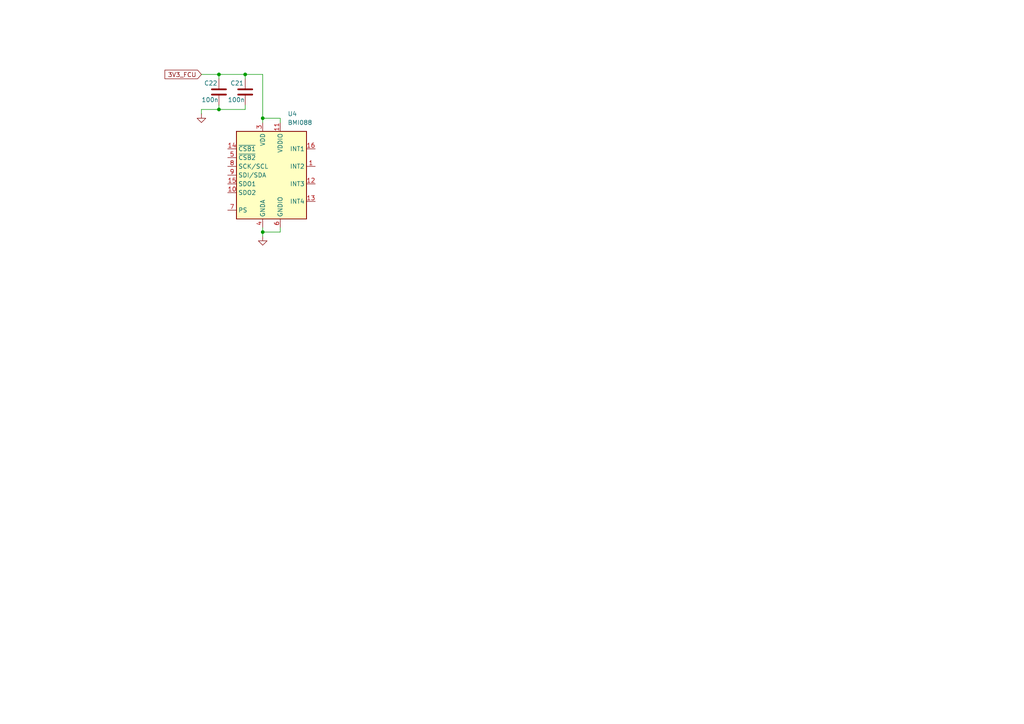
<source format=kicad_sch>
(kicad_sch (version 20250114) (generator "eeschema") (generator_version "9.0")
  (paper "A4")
  (lib_symbols
    (symbol "Device:C" (pin_numbers (hide yes)) (pin_names (offset 0.254))
      (property "Reference" "C" (at 0.635 2.54 0))
      (property "Value" "C" (at 0.635 -2.54 0))
      (symbol "C_0_1"
        (polyline (pts (xy -2.032 0.762) (xy 2.032 0.762)) (stroke (width 0.508)))
        (polyline (pts (xy -2.032 -0.762) (xy 2.032 -0.762)) (stroke (width 0.508)))
      )
      (symbol "C_1_1"
        (pin passive line (at 0 3.81 270) (length 2.794) (name "~") (number "1"))
        (pin passive line (at 0 -3.81 90) (length 2.794) (name "~") (number "2"))
      )
    )
    (symbol "Sensor_Motion:BMI088"
      (property "Reference" "U" (at -8.89 13.97 0))
      (property "Value" "BMI088" (at 8.89 13.97 0))
      (symbol "BMI088_1_1"
        (rectangle (start -10.16 12.7) (end 10.16 -12.7) (stroke (width 0.254)) (fill (type background)))
        (pin input line (at -12.7 7.62 0) (length 2.54) (name "~{CSB1}") (number "14"))
        (pin input line (at -12.7 5.08 0) (length 2.54) (name "~{CSB2}") (number "5"))
        (pin input line (at -12.7 2.54 0) (length 2.54) (name "SCK/SCL") (number "8"))
        (pin bidirectional line (at -12.7 0 0) (length 2.54) (name "SDI/SDA") (number "9"))
        (pin output line (at -12.7 -2.54 0) (length 2.54) (name "SDO1") (number "15"))
        (pin output line (at -12.7 -5.08 0) (length 2.54) (name "SDO2") (number "10"))
        (pin input line (at -12.7 -10.16 0) (length 2.54) (name "PS") (number "7"))
        (pin power_in line (at -2.54 15.24 270) (length 2.54) (name "VDD") (number "3"))
        (pin passive line (at -2.54 -15.24 90) (length 2.54) (hide yes) (name "GNDA") (number "2"))
        (pin power_in line (at -2.54 -15.24 90) (length 2.54) (name "GNDA") (number "4"))
        (pin power_in line (at 2.54 15.24 270) (length 2.54) (name "VDDIO") (number "11"))
        (pin power_in line (at 2.54 -15.24 90) (length 2.54) (name "GNDIO") (number "6"))
        (pin bidirectional line (at 12.7 7.62 180) (length 2.54) (name "INT1") (number "16"))
        (pin bidirectional line (at 12.7 2.54 180) (length 2.54) (name "INT2") (number "1"))
        (pin bidirectional line (at 12.7 -2.54 180) (length 2.54) (name "INT3") (number "12"))
        (pin bidirectional line (at 12.7 -7.62 180) (length 2.54) (name "INT4") (number "13"))
      )
    )
    (symbol "power:GND" (power) (pin_numbers (hide yes)) (pin_names (offset 0) (hide yes))
      (property "Value" "GND" (at 0 -3.81 0))
      (symbol "GND_0_1"
        (polyline (pts (xy 0 0) (xy 0 -1.27) (xy 1.27 -1.27) (xy 0 -2.54) (xy -1.27 -1.27) (xy 0 -1.27)))
      )
      (symbol "GND_1_1"
        (pin power_in line (at 0 0 270) (length 0) (name "~") (number "1"))
      )
    )
  )
  (junction (at 76.2 34.29))
  (junction (at 63.5 31.75))
  (junction (at 71.12 21.59))
  (junction (at 76.2 67.31))
  (junction (at 63.5 21.59))
  (wire (pts (xy 81.28 35.56) (xy 81.28 34.29)))
  (wire (pts (xy 71.12 21.59) (xy 76.2 21.59)))
  (wire (pts (xy 76.2 66.04) (xy 76.2 67.31)))
  (wire (pts (xy 81.28 66.04) (xy 81.28 67.31)))
  (wire (pts (xy 71.12 30.48) (xy 71.12 31.75)))
  (wire (pts (xy 58.42 31.75) (xy 63.5 31.75)))
  (wire (pts (xy 71.12 21.59) (xy 71.12 22.86)))
  (wire (pts (xy 58.42 21.59) (xy 63.5 21.59)))
  (wire (pts (xy 76.2 21.59) (xy 76.2 34.29)))
  (wire (pts (xy 63.5 21.59) (xy 71.12 21.59)))
  (wire (pts (xy 76.2 34.29) (xy 76.2 35.56)))
  (wire (pts (xy 76.2 67.31) (xy 81.28 67.31)))
  (wire (pts (xy 58.42 33.02) (xy 58.42 31.75)))
  (wire (pts (xy 71.12 31.75) (xy 63.5 31.75)))
  (wire (pts (xy 63.5 21.59) (xy 63.5 22.86)))
  (wire (pts (xy 76.2 67.31) (xy 76.2 68.58)))
  (wire (pts (xy 76.2 34.29) (xy 81.28 34.29)))
  (wire (pts (xy 63.5 30.48) (xy 63.5 31.75)))
  (global_label "3V3_FCU" (shape input) (at 58.42 21.59 180) (property "Intersheetrefs" "${INTERSHEET_REFS}" (effects (hide yes))))
  (symbol (lib_id "power:GND") (at 76.2 68.58 0) (unit 1)
    (property "Reference" "#PWR017" (effects (hide yes)))
    (property "Value" "GND" (effects (hide yes)))
    (property "Description" "Power symbol creates a global label with name \"GND\" , ground" (effects (hide yes)))
  )
  (symbol (lib_id "Device:C") (at 63.5 26.67 0) (unit 1)
    (property "Reference" "C22" (at 59.182 24.13 0) (effects (justify left)))
    (property "Value" "100n" (at 58.42 28.956 0) (effects (justify left)))
    (property "Footprint" "Capacitor_SMD:C_0805_2012Metric_Pad1.18x1.45mm_HandSolder" (effects (hide yes)))
    (property "Description" "Unpolarized capacitor" (effects (hide yes)))
  )
  (symbol (lib_id "power:GND") (at 58.42 33.02 0) (unit 1)
    (property "Reference" "#PWR018" (effects (hide yes)))
    (property "Value" "GND" (effects (hide yes)))
    (property "Description" "Power symbol creates a global label with name \"GND\" , ground" (effects (hide yes)))
  )
  (symbol (lib_id "Device:C") (at 71.12 26.67 0) (unit 1)
    (property "Reference" "C21" (at 66.802 24.13 0) (effects (justify left)))
    (property "Value" "100n" (at 66.04 28.956 0) (effects (justify left)))
    (property "Footprint" "Capacitor_SMD:C_0805_2012Metric_Pad1.18x1.45mm_HandSolder" (effects (hide yes)))
    (property "Description" "Unpolarized capacitor" (effects (hide yes)))
  )
  (symbol (lib_id "Sensor_Motion:BMI088") (at 78.74 50.8 0) (unit 1)
    (property "Reference" "U4" (at 83.4233 33.02 0) (effects (justify left)))
    (property "Value" "BMI088" (at 83.4233 35.56 0) (effects (justify left)))
    (property "Footprint" "Package_LGA:Bosch_LGA-16_4.5x3mm_P0.5mm_LayoutBorder7x1y_ClockwisePinNumbering" (effects (hide yes)))
    (property "Datasheet" "https://www.bosch-sensortec.com/media/boschsensortec/downloads/datasheets/bst-bmi088-ds001.pdf" (effects (hide yes)))
    (property "Description" "Accelerometer, Gyroscope, 6-Axis Sensor, I2C / SPI interface, LGA-16" (effects (hide yes)))
  )
)
</source>
